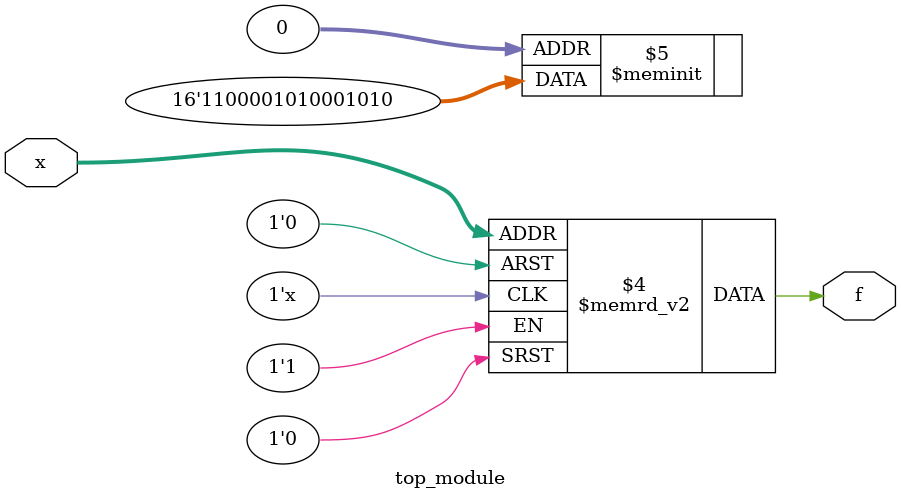
<source format=sv>
module top_module (
    input [4:1] x,
    output logic f
);

always_comb begin
    case (x)
        4'b0001, 4'b0011, 4'b0111, 4'b1001: f = 1'b1;
        4'b0010, 4'b0100, 4'b1010, 4'b1100: f = 1'b0;
        4'b0101, 4'b1000, 4'b1011, 4'b1101: f = 1'b0; // Don't care condition, output 0
        4'b1110, 4'b1111: f = 1'b1;
        default: f = 1'b0;
    endcase
end

endmodule

</source>
